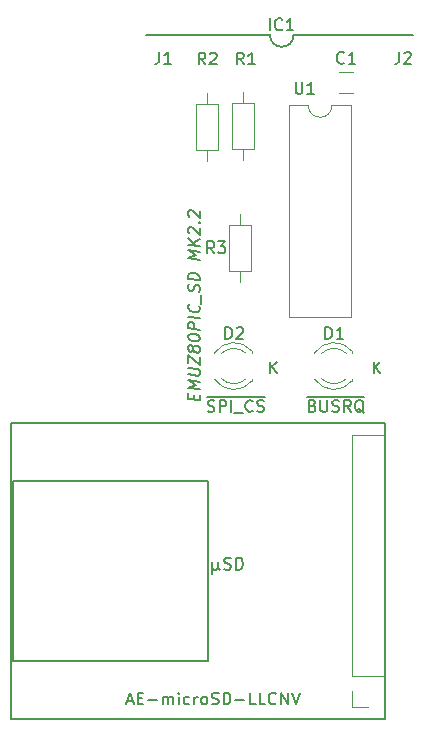
<source format=gto>
%TF.GenerationSoftware,KiCad,Pcbnew,7.0.5*%
%TF.CreationDate,2023-11-03T15:53:39+09:00*%
%TF.ProjectId,EMUZ80SD_MK2,454d555a-3830-4534-945f-4d4b322e6b69,2.2*%
%TF.SameCoordinates,PX7560bf6PY775100a*%
%TF.FileFunction,Legend,Top*%
%TF.FilePolarity,Positive*%
%FSLAX46Y46*%
G04 Gerber Fmt 4.6, Leading zero omitted, Abs format (unit mm)*
G04 Created by KiCad (PCBNEW 7.0.5) date 2023-11-03 15:53:39*
%MOMM*%
%LPD*%
G01*
G04 APERTURE LIST*
%ADD10C,0.150000*%
%ADD11C,0.200000*%
%ADD12C,0.120000*%
G04 APERTURE END LIST*
D10*
X12000000Y59000000D02*
X22500000Y59000000D01*
X22500000Y59000000D02*
G75*
G03*
X24500000Y59000000I1000000J0D01*
G01*
X574000Y26110000D02*
X32210000Y26110000D01*
X32210000Y1120000D01*
X574000Y1120000D01*
X574000Y26110000D01*
X750000Y21220000D02*
X17290000Y21220000D01*
X17290000Y5980000D01*
X750000Y5980000D01*
X750000Y21220000D01*
X24500000Y59000000D02*
X34646250Y59000000D01*
X22476779Y59400181D02*
X22476779Y60400181D01*
X23524397Y59495420D02*
X23476778Y59447800D01*
X23476778Y59447800D02*
X23333921Y59400181D01*
X23333921Y59400181D02*
X23238683Y59400181D01*
X23238683Y59400181D02*
X23095826Y59447800D01*
X23095826Y59447800D02*
X23000588Y59543039D01*
X23000588Y59543039D02*
X22952969Y59638277D01*
X22952969Y59638277D02*
X22905350Y59828753D01*
X22905350Y59828753D02*
X22905350Y59971610D01*
X22905350Y59971610D02*
X22952969Y60162086D01*
X22952969Y60162086D02*
X23000588Y60257324D01*
X23000588Y60257324D02*
X23095826Y60352562D01*
X23095826Y60352562D02*
X23238683Y60400181D01*
X23238683Y60400181D02*
X23333921Y60400181D01*
X23333921Y60400181D02*
X23476778Y60352562D01*
X23476778Y60352562D02*
X23524397Y60304943D01*
X24476778Y59400181D02*
X23905350Y59400181D01*
X24191064Y59400181D02*
X24191064Y60400181D01*
X24191064Y60400181D02*
X24095826Y60257324D01*
X24095826Y60257324D02*
X24000588Y60162086D01*
X24000588Y60162086D02*
X23905350Y60114467D01*
D11*
X16032809Y28145398D02*
X16032809Y28478731D01*
X16556619Y28556112D02*
X16556619Y28079921D01*
X16556619Y28079921D02*
X15556619Y28204921D01*
X15556619Y28204921D02*
X15556619Y28681112D01*
X16556619Y28984683D02*
X15556619Y29109683D01*
X15556619Y29109683D02*
X16270904Y29353731D01*
X16270904Y29353731D02*
X15556619Y29776350D01*
X15556619Y29776350D02*
X16556619Y29651350D01*
X15556619Y30252540D02*
X16366142Y30151350D01*
X16366142Y30151350D02*
X16461380Y30187064D01*
X16461380Y30187064D02*
X16509000Y30228731D01*
X16509000Y30228731D02*
X16556619Y30318017D01*
X16556619Y30318017D02*
X16556619Y30508493D01*
X16556619Y30508493D02*
X16509000Y30609683D01*
X16509000Y30609683D02*
X16461380Y30663255D01*
X16461380Y30663255D02*
X16366142Y30722778D01*
X16366142Y30722778D02*
X15556619Y30823969D01*
X15556619Y31204921D02*
X15556619Y31871588D01*
X15556619Y31871588D02*
X16556619Y31079921D01*
X16556619Y31079921D02*
X16556619Y31746588D01*
X15985190Y32341826D02*
X15937571Y32252540D01*
X15937571Y32252540D02*
X15889952Y32210874D01*
X15889952Y32210874D02*
X15794714Y32175159D01*
X15794714Y32175159D02*
X15747095Y32181112D01*
X15747095Y32181112D02*
X15651857Y32240636D01*
X15651857Y32240636D02*
X15604238Y32294207D01*
X15604238Y32294207D02*
X15556619Y32395397D01*
X15556619Y32395397D02*
X15556619Y32585874D01*
X15556619Y32585874D02*
X15604238Y32675159D01*
X15604238Y32675159D02*
X15651857Y32716826D01*
X15651857Y32716826D02*
X15747095Y32752540D01*
X15747095Y32752540D02*
X15794714Y32746588D01*
X15794714Y32746588D02*
X15889952Y32687064D01*
X15889952Y32687064D02*
X15937571Y32633493D01*
X15937571Y32633493D02*
X15985190Y32532302D01*
X15985190Y32532302D02*
X15985190Y32341826D01*
X15985190Y32341826D02*
X16032809Y32240636D01*
X16032809Y32240636D02*
X16080428Y32187064D01*
X16080428Y32187064D02*
X16175666Y32127540D01*
X16175666Y32127540D02*
X16366142Y32103731D01*
X16366142Y32103731D02*
X16461380Y32139445D01*
X16461380Y32139445D02*
X16509000Y32181112D01*
X16509000Y32181112D02*
X16556619Y32270397D01*
X16556619Y32270397D02*
X16556619Y32460874D01*
X16556619Y32460874D02*
X16509000Y32562064D01*
X16509000Y32562064D02*
X16461380Y32615636D01*
X16461380Y32615636D02*
X16366142Y32675159D01*
X16366142Y32675159D02*
X16175666Y32698969D01*
X16175666Y32698969D02*
X16080428Y32663255D01*
X16080428Y32663255D02*
X16032809Y32621588D01*
X16032809Y32621588D02*
X15985190Y32532302D01*
X15556619Y33395398D02*
X15556619Y33490636D01*
X15556619Y33490636D02*
X15604238Y33579921D01*
X15604238Y33579921D02*
X15651857Y33621588D01*
X15651857Y33621588D02*
X15747095Y33657302D01*
X15747095Y33657302D02*
X15937571Y33681112D01*
X15937571Y33681112D02*
X16175666Y33651350D01*
X16175666Y33651350D02*
X16366142Y33579921D01*
X16366142Y33579921D02*
X16461380Y33520398D01*
X16461380Y33520398D02*
X16509000Y33466826D01*
X16509000Y33466826D02*
X16556619Y33365636D01*
X16556619Y33365636D02*
X16556619Y33270398D01*
X16556619Y33270398D02*
X16509000Y33181112D01*
X16509000Y33181112D02*
X16461380Y33139445D01*
X16461380Y33139445D02*
X16366142Y33103731D01*
X16366142Y33103731D02*
X16175666Y33079921D01*
X16175666Y33079921D02*
X15937571Y33109683D01*
X15937571Y33109683D02*
X15747095Y33181112D01*
X15747095Y33181112D02*
X15651857Y33240636D01*
X15651857Y33240636D02*
X15604238Y33294207D01*
X15604238Y33294207D02*
X15556619Y33395398D01*
X16556619Y34032302D02*
X15556619Y34157302D01*
X15556619Y34157302D02*
X15556619Y34538255D01*
X15556619Y34538255D02*
X15604238Y34627540D01*
X15604238Y34627540D02*
X15651857Y34669207D01*
X15651857Y34669207D02*
X15747095Y34704921D01*
X15747095Y34704921D02*
X15889952Y34687064D01*
X15889952Y34687064D02*
X15985190Y34627540D01*
X15985190Y34627540D02*
X16032809Y34573969D01*
X16032809Y34573969D02*
X16080428Y34472779D01*
X16080428Y34472779D02*
X16080428Y34091826D01*
X16556619Y35032302D02*
X15556619Y35157302D01*
X16461380Y36091826D02*
X16509000Y36038254D01*
X16509000Y36038254D02*
X16556619Y35889445D01*
X16556619Y35889445D02*
X16556619Y35794207D01*
X16556619Y35794207D02*
X16509000Y35657302D01*
X16509000Y35657302D02*
X16413761Y35573969D01*
X16413761Y35573969D02*
X16318523Y35538254D01*
X16318523Y35538254D02*
X16128047Y35514445D01*
X16128047Y35514445D02*
X15985190Y35532302D01*
X15985190Y35532302D02*
X15794714Y35603730D01*
X15794714Y35603730D02*
X15699476Y35663254D01*
X15699476Y35663254D02*
X15604238Y35770397D01*
X15604238Y35770397D02*
X15556619Y35919207D01*
X15556619Y35919207D02*
X15556619Y36014445D01*
X15556619Y36014445D02*
X15604238Y36151349D01*
X15604238Y36151349D02*
X15651857Y36193016D01*
X16651857Y36258492D02*
X16651857Y37020397D01*
X16509000Y37228731D02*
X16556619Y37365635D01*
X16556619Y37365635D02*
X16556619Y37603731D01*
X16556619Y37603731D02*
X16509000Y37704921D01*
X16509000Y37704921D02*
X16461380Y37758493D01*
X16461380Y37758493D02*
X16366142Y37818016D01*
X16366142Y37818016D02*
X16270904Y37829921D01*
X16270904Y37829921D02*
X16175666Y37794207D01*
X16175666Y37794207D02*
X16128047Y37752540D01*
X16128047Y37752540D02*
X16080428Y37663254D01*
X16080428Y37663254D02*
X16032809Y37478731D01*
X16032809Y37478731D02*
X15985190Y37389445D01*
X15985190Y37389445D02*
X15937571Y37347778D01*
X15937571Y37347778D02*
X15842333Y37312064D01*
X15842333Y37312064D02*
X15747095Y37323969D01*
X15747095Y37323969D02*
X15651857Y37383493D01*
X15651857Y37383493D02*
X15604238Y37437064D01*
X15604238Y37437064D02*
X15556619Y37538254D01*
X15556619Y37538254D02*
X15556619Y37776350D01*
X15556619Y37776350D02*
X15604238Y37913254D01*
X16556619Y38222778D02*
X15556619Y38347778D01*
X15556619Y38347778D02*
X15556619Y38585874D01*
X15556619Y38585874D02*
X15604238Y38722778D01*
X15604238Y38722778D02*
X15699476Y38806112D01*
X15699476Y38806112D02*
X15794714Y38841826D01*
X15794714Y38841826D02*
X15985190Y38865635D01*
X15985190Y38865635D02*
X16128047Y38847778D01*
X16128047Y38847778D02*
X16318523Y38776350D01*
X16318523Y38776350D02*
X16413761Y38716826D01*
X16413761Y38716826D02*
X16509000Y38609683D01*
X16509000Y38609683D02*
X16556619Y38460874D01*
X16556619Y38460874D02*
X16556619Y38222778D01*
X16556619Y39984683D02*
X15556619Y40109683D01*
X15556619Y40109683D02*
X16270904Y40353731D01*
X16270904Y40353731D02*
X15556619Y40776350D01*
X15556619Y40776350D02*
X16556619Y40651350D01*
X16556619Y41127540D02*
X15556619Y41252540D01*
X16556619Y41698969D02*
X15985190Y41341826D01*
X15556619Y41823969D02*
X16128047Y41181112D01*
X15651857Y42193017D02*
X15604238Y42246588D01*
X15604238Y42246588D02*
X15556619Y42347778D01*
X15556619Y42347778D02*
X15556619Y42585874D01*
X15556619Y42585874D02*
X15604238Y42675159D01*
X15604238Y42675159D02*
X15651857Y42716826D01*
X15651857Y42716826D02*
X15747095Y42752540D01*
X15747095Y42752540D02*
X15842333Y42740636D01*
X15842333Y42740636D02*
X15985190Y42675159D01*
X15985190Y42675159D02*
X16556619Y42032302D01*
X16556619Y42032302D02*
X16556619Y42651350D01*
X16461380Y43091826D02*
X16509000Y43133493D01*
X16509000Y43133493D02*
X16556619Y43079921D01*
X16556619Y43079921D02*
X16509000Y43038255D01*
X16509000Y43038255D02*
X16461380Y43091826D01*
X16461380Y43091826D02*
X16556619Y43079921D01*
X15651857Y43621588D02*
X15604238Y43675159D01*
X15604238Y43675159D02*
X15556619Y43776349D01*
X15556619Y43776349D02*
X15556619Y44014445D01*
X15556619Y44014445D02*
X15604238Y44103730D01*
X15604238Y44103730D02*
X15651857Y44145397D01*
X15651857Y44145397D02*
X15747095Y44181111D01*
X15747095Y44181111D02*
X15842333Y44169207D01*
X15842333Y44169207D02*
X15985190Y44103730D01*
X15985190Y44103730D02*
X16556619Y43460873D01*
X16556619Y43460873D02*
X16556619Y44079921D01*
D10*
X17228560Y27144000D02*
X17371417Y27096381D01*
X17371417Y27096381D02*
X17609512Y27096381D01*
X17609512Y27096381D02*
X17704750Y27144000D01*
X17704750Y27144000D02*
X17752369Y27191620D01*
X17752369Y27191620D02*
X17799988Y27286858D01*
X17799988Y27286858D02*
X17799988Y27382096D01*
X17799988Y27382096D02*
X17752369Y27477334D01*
X17752369Y27477334D02*
X17704750Y27524953D01*
X17704750Y27524953D02*
X17609512Y27572572D01*
X17609512Y27572572D02*
X17419036Y27620191D01*
X17419036Y27620191D02*
X17323798Y27667810D01*
X17323798Y27667810D02*
X17276179Y27715429D01*
X17276179Y27715429D02*
X17228560Y27810667D01*
X17228560Y27810667D02*
X17228560Y27905905D01*
X17228560Y27905905D02*
X17276179Y28001143D01*
X17276179Y28001143D02*
X17323798Y28048762D01*
X17323798Y28048762D02*
X17419036Y28096381D01*
X17419036Y28096381D02*
X17657131Y28096381D01*
X17657131Y28096381D02*
X17799988Y28048762D01*
X18228560Y27096381D02*
X18228560Y28096381D01*
X18228560Y28096381D02*
X18609512Y28096381D01*
X18609512Y28096381D02*
X18704750Y28048762D01*
X18704750Y28048762D02*
X18752369Y28001143D01*
X18752369Y28001143D02*
X18799988Y27905905D01*
X18799988Y27905905D02*
X18799988Y27763048D01*
X18799988Y27763048D02*
X18752369Y27667810D01*
X18752369Y27667810D02*
X18704750Y27620191D01*
X18704750Y27620191D02*
X18609512Y27572572D01*
X18609512Y27572572D02*
X18228560Y27572572D01*
X19228560Y27096381D02*
X19228560Y28096381D01*
X19466655Y27001143D02*
X20228559Y27001143D01*
X21038083Y27191620D02*
X20990464Y27144000D01*
X20990464Y27144000D02*
X20847607Y27096381D01*
X20847607Y27096381D02*
X20752369Y27096381D01*
X20752369Y27096381D02*
X20609512Y27144000D01*
X20609512Y27144000D02*
X20514274Y27239239D01*
X20514274Y27239239D02*
X20466655Y27334477D01*
X20466655Y27334477D02*
X20419036Y27524953D01*
X20419036Y27524953D02*
X20419036Y27667810D01*
X20419036Y27667810D02*
X20466655Y27858286D01*
X20466655Y27858286D02*
X20514274Y27953524D01*
X20514274Y27953524D02*
X20609512Y28048762D01*
X20609512Y28048762D02*
X20752369Y28096381D01*
X20752369Y28096381D02*
X20847607Y28096381D01*
X20847607Y28096381D02*
X20990464Y28048762D01*
X20990464Y28048762D02*
X21038083Y28001143D01*
X21419036Y27144000D02*
X21561893Y27096381D01*
X21561893Y27096381D02*
X21799988Y27096381D01*
X21799988Y27096381D02*
X21895226Y27144000D01*
X21895226Y27144000D02*
X21942845Y27191620D01*
X21942845Y27191620D02*
X21990464Y27286858D01*
X21990464Y27286858D02*
X21990464Y27382096D01*
X21990464Y27382096D02*
X21942845Y27477334D01*
X21942845Y27477334D02*
X21895226Y27524953D01*
X21895226Y27524953D02*
X21799988Y27572572D01*
X21799988Y27572572D02*
X21609512Y27620191D01*
X21609512Y27620191D02*
X21514274Y27667810D01*
X21514274Y27667810D02*
X21466655Y27715429D01*
X21466655Y27715429D02*
X21419036Y27810667D01*
X21419036Y27810667D02*
X21419036Y27905905D01*
X21419036Y27905905D02*
X21466655Y28001143D01*
X21466655Y28001143D02*
X21514274Y28048762D01*
X21514274Y28048762D02*
X21609512Y28096381D01*
X21609512Y28096381D02*
X21847607Y28096381D01*
X21847607Y28096381D02*
X21990464Y28048762D01*
X17138084Y28374000D02*
X22080941Y28374000D01*
X31276179Y30346381D02*
X31276179Y31346381D01*
X31847607Y30346381D02*
X31419036Y30917810D01*
X31847607Y31346381D02*
X31276179Y30774953D01*
X17626779Y14396848D02*
X17626779Y13396848D01*
X18102969Y13873039D02*
X18150588Y13777800D01*
X18150588Y13777800D02*
X18245826Y13730181D01*
X17626779Y13873039D02*
X17674398Y13777800D01*
X17674398Y13777800D02*
X17769636Y13730181D01*
X17769636Y13730181D02*
X17960112Y13730181D01*
X17960112Y13730181D02*
X18055350Y13777800D01*
X18055350Y13777800D02*
X18102969Y13873039D01*
X18102969Y13873039D02*
X18102969Y14396848D01*
X18626779Y13777800D02*
X18769636Y13730181D01*
X18769636Y13730181D02*
X19007731Y13730181D01*
X19007731Y13730181D02*
X19102969Y13777800D01*
X19102969Y13777800D02*
X19150588Y13825420D01*
X19150588Y13825420D02*
X19198207Y13920658D01*
X19198207Y13920658D02*
X19198207Y14015896D01*
X19198207Y14015896D02*
X19150588Y14111134D01*
X19150588Y14111134D02*
X19102969Y14158753D01*
X19102969Y14158753D02*
X19007731Y14206372D01*
X19007731Y14206372D02*
X18817255Y14253991D01*
X18817255Y14253991D02*
X18722017Y14301610D01*
X18722017Y14301610D02*
X18674398Y14349229D01*
X18674398Y14349229D02*
X18626779Y14444467D01*
X18626779Y14444467D02*
X18626779Y14539705D01*
X18626779Y14539705D02*
X18674398Y14634943D01*
X18674398Y14634943D02*
X18722017Y14682562D01*
X18722017Y14682562D02*
X18817255Y14730181D01*
X18817255Y14730181D02*
X19055350Y14730181D01*
X19055350Y14730181D02*
X19198207Y14682562D01*
X19626779Y13730181D02*
X19626779Y14730181D01*
X19626779Y14730181D02*
X19864874Y14730181D01*
X19864874Y14730181D02*
X20007731Y14682562D01*
X20007731Y14682562D02*
X20102969Y14587324D01*
X20102969Y14587324D02*
X20150588Y14492086D01*
X20150588Y14492086D02*
X20198207Y14301610D01*
X20198207Y14301610D02*
X20198207Y14158753D01*
X20198207Y14158753D02*
X20150588Y13968277D01*
X20150588Y13968277D02*
X20102969Y13873039D01*
X20102969Y13873039D02*
X20007731Y13777800D01*
X20007731Y13777800D02*
X19864874Y13730181D01*
X19864874Y13730181D02*
X19626779Y13730181D01*
X22526179Y30346381D02*
X22526179Y31346381D01*
X23097607Y30346381D02*
X22669036Y30917810D01*
X23097607Y31346381D02*
X22526179Y30774953D01*
X26109512Y27620191D02*
X26252369Y27572572D01*
X26252369Y27572572D02*
X26299988Y27524953D01*
X26299988Y27524953D02*
X26347607Y27429715D01*
X26347607Y27429715D02*
X26347607Y27286858D01*
X26347607Y27286858D02*
X26299988Y27191620D01*
X26299988Y27191620D02*
X26252369Y27144000D01*
X26252369Y27144000D02*
X26157131Y27096381D01*
X26157131Y27096381D02*
X25776179Y27096381D01*
X25776179Y27096381D02*
X25776179Y28096381D01*
X25776179Y28096381D02*
X26109512Y28096381D01*
X26109512Y28096381D02*
X26204750Y28048762D01*
X26204750Y28048762D02*
X26252369Y28001143D01*
X26252369Y28001143D02*
X26299988Y27905905D01*
X26299988Y27905905D02*
X26299988Y27810667D01*
X26299988Y27810667D02*
X26252369Y27715429D01*
X26252369Y27715429D02*
X26204750Y27667810D01*
X26204750Y27667810D02*
X26109512Y27620191D01*
X26109512Y27620191D02*
X25776179Y27620191D01*
X26776179Y28096381D02*
X26776179Y27286858D01*
X26776179Y27286858D02*
X26823798Y27191620D01*
X26823798Y27191620D02*
X26871417Y27144000D01*
X26871417Y27144000D02*
X26966655Y27096381D01*
X26966655Y27096381D02*
X27157131Y27096381D01*
X27157131Y27096381D02*
X27252369Y27144000D01*
X27252369Y27144000D02*
X27299988Y27191620D01*
X27299988Y27191620D02*
X27347607Y27286858D01*
X27347607Y27286858D02*
X27347607Y28096381D01*
X27776179Y27144000D02*
X27919036Y27096381D01*
X27919036Y27096381D02*
X28157131Y27096381D01*
X28157131Y27096381D02*
X28252369Y27144000D01*
X28252369Y27144000D02*
X28299988Y27191620D01*
X28299988Y27191620D02*
X28347607Y27286858D01*
X28347607Y27286858D02*
X28347607Y27382096D01*
X28347607Y27382096D02*
X28299988Y27477334D01*
X28299988Y27477334D02*
X28252369Y27524953D01*
X28252369Y27524953D02*
X28157131Y27572572D01*
X28157131Y27572572D02*
X27966655Y27620191D01*
X27966655Y27620191D02*
X27871417Y27667810D01*
X27871417Y27667810D02*
X27823798Y27715429D01*
X27823798Y27715429D02*
X27776179Y27810667D01*
X27776179Y27810667D02*
X27776179Y27905905D01*
X27776179Y27905905D02*
X27823798Y28001143D01*
X27823798Y28001143D02*
X27871417Y28048762D01*
X27871417Y28048762D02*
X27966655Y28096381D01*
X27966655Y28096381D02*
X28204750Y28096381D01*
X28204750Y28096381D02*
X28347607Y28048762D01*
X29347607Y27096381D02*
X29014274Y27572572D01*
X28776179Y27096381D02*
X28776179Y28096381D01*
X28776179Y28096381D02*
X29157131Y28096381D01*
X29157131Y28096381D02*
X29252369Y28048762D01*
X29252369Y28048762D02*
X29299988Y28001143D01*
X29299988Y28001143D02*
X29347607Y27905905D01*
X29347607Y27905905D02*
X29347607Y27763048D01*
X29347607Y27763048D02*
X29299988Y27667810D01*
X29299988Y27667810D02*
X29252369Y27620191D01*
X29252369Y27620191D02*
X29157131Y27572572D01*
X29157131Y27572572D02*
X28776179Y27572572D01*
X30442845Y27001143D02*
X30347607Y27048762D01*
X30347607Y27048762D02*
X30252369Y27144000D01*
X30252369Y27144000D02*
X30109512Y27286858D01*
X30109512Y27286858D02*
X30014274Y27334477D01*
X30014274Y27334477D02*
X29919036Y27334477D01*
X29966655Y27096381D02*
X29871417Y27144000D01*
X29871417Y27144000D02*
X29776179Y27239239D01*
X29776179Y27239239D02*
X29728560Y27429715D01*
X29728560Y27429715D02*
X29728560Y27763048D01*
X29728560Y27763048D02*
X29776179Y27953524D01*
X29776179Y27953524D02*
X29871417Y28048762D01*
X29871417Y28048762D02*
X29966655Y28096381D01*
X29966655Y28096381D02*
X30157131Y28096381D01*
X30157131Y28096381D02*
X30252369Y28048762D01*
X30252369Y28048762D02*
X30347607Y27953524D01*
X30347607Y27953524D02*
X30395226Y27763048D01*
X30395226Y27763048D02*
X30395226Y27429715D01*
X30395226Y27429715D02*
X30347607Y27239239D01*
X30347607Y27239239D02*
X30252369Y27144000D01*
X30252369Y27144000D02*
X30157131Y27096381D01*
X30157131Y27096381D02*
X29966655Y27096381D01*
X25638084Y28374000D02*
X30485703Y28374000D01*
X10389160Y2605896D02*
X10865350Y2605896D01*
X10293922Y2320181D02*
X10627255Y3320181D01*
X10627255Y3320181D02*
X10960588Y2320181D01*
X11293922Y2843991D02*
X11627255Y2843991D01*
X11770112Y2320181D02*
X11293922Y2320181D01*
X11293922Y2320181D02*
X11293922Y3320181D01*
X11293922Y3320181D02*
X11770112Y3320181D01*
X12198684Y2701134D02*
X12960589Y2701134D01*
X13436779Y2320181D02*
X13436779Y2986848D01*
X13436779Y2891610D02*
X13484398Y2939229D01*
X13484398Y2939229D02*
X13579636Y2986848D01*
X13579636Y2986848D02*
X13722493Y2986848D01*
X13722493Y2986848D02*
X13817731Y2939229D01*
X13817731Y2939229D02*
X13865350Y2843991D01*
X13865350Y2843991D02*
X13865350Y2320181D01*
X13865350Y2843991D02*
X13912969Y2939229D01*
X13912969Y2939229D02*
X14008207Y2986848D01*
X14008207Y2986848D02*
X14151064Y2986848D01*
X14151064Y2986848D02*
X14246303Y2939229D01*
X14246303Y2939229D02*
X14293922Y2843991D01*
X14293922Y2843991D02*
X14293922Y2320181D01*
X14770112Y2320181D02*
X14770112Y2986848D01*
X14770112Y3320181D02*
X14722493Y3272562D01*
X14722493Y3272562D02*
X14770112Y3224943D01*
X14770112Y3224943D02*
X14817731Y3272562D01*
X14817731Y3272562D02*
X14770112Y3320181D01*
X14770112Y3320181D02*
X14770112Y3224943D01*
X15674873Y2367800D02*
X15579635Y2320181D01*
X15579635Y2320181D02*
X15389159Y2320181D01*
X15389159Y2320181D02*
X15293921Y2367800D01*
X15293921Y2367800D02*
X15246302Y2415420D01*
X15246302Y2415420D02*
X15198683Y2510658D01*
X15198683Y2510658D02*
X15198683Y2796372D01*
X15198683Y2796372D02*
X15246302Y2891610D01*
X15246302Y2891610D02*
X15293921Y2939229D01*
X15293921Y2939229D02*
X15389159Y2986848D01*
X15389159Y2986848D02*
X15579635Y2986848D01*
X15579635Y2986848D02*
X15674873Y2939229D01*
X16103445Y2320181D02*
X16103445Y2986848D01*
X16103445Y2796372D02*
X16151064Y2891610D01*
X16151064Y2891610D02*
X16198683Y2939229D01*
X16198683Y2939229D02*
X16293921Y2986848D01*
X16293921Y2986848D02*
X16389159Y2986848D01*
X16865350Y2320181D02*
X16770112Y2367800D01*
X16770112Y2367800D02*
X16722493Y2415420D01*
X16722493Y2415420D02*
X16674874Y2510658D01*
X16674874Y2510658D02*
X16674874Y2796372D01*
X16674874Y2796372D02*
X16722493Y2891610D01*
X16722493Y2891610D02*
X16770112Y2939229D01*
X16770112Y2939229D02*
X16865350Y2986848D01*
X16865350Y2986848D02*
X17008207Y2986848D01*
X17008207Y2986848D02*
X17103445Y2939229D01*
X17103445Y2939229D02*
X17151064Y2891610D01*
X17151064Y2891610D02*
X17198683Y2796372D01*
X17198683Y2796372D02*
X17198683Y2510658D01*
X17198683Y2510658D02*
X17151064Y2415420D01*
X17151064Y2415420D02*
X17103445Y2367800D01*
X17103445Y2367800D02*
X17008207Y2320181D01*
X17008207Y2320181D02*
X16865350Y2320181D01*
X17579636Y2367800D02*
X17722493Y2320181D01*
X17722493Y2320181D02*
X17960588Y2320181D01*
X17960588Y2320181D02*
X18055826Y2367800D01*
X18055826Y2367800D02*
X18103445Y2415420D01*
X18103445Y2415420D02*
X18151064Y2510658D01*
X18151064Y2510658D02*
X18151064Y2605896D01*
X18151064Y2605896D02*
X18103445Y2701134D01*
X18103445Y2701134D02*
X18055826Y2748753D01*
X18055826Y2748753D02*
X17960588Y2796372D01*
X17960588Y2796372D02*
X17770112Y2843991D01*
X17770112Y2843991D02*
X17674874Y2891610D01*
X17674874Y2891610D02*
X17627255Y2939229D01*
X17627255Y2939229D02*
X17579636Y3034467D01*
X17579636Y3034467D02*
X17579636Y3129705D01*
X17579636Y3129705D02*
X17627255Y3224943D01*
X17627255Y3224943D02*
X17674874Y3272562D01*
X17674874Y3272562D02*
X17770112Y3320181D01*
X17770112Y3320181D02*
X18008207Y3320181D01*
X18008207Y3320181D02*
X18151064Y3272562D01*
X18579636Y2320181D02*
X18579636Y3320181D01*
X18579636Y3320181D02*
X18817731Y3320181D01*
X18817731Y3320181D02*
X18960588Y3272562D01*
X18960588Y3272562D02*
X19055826Y3177324D01*
X19055826Y3177324D02*
X19103445Y3082086D01*
X19103445Y3082086D02*
X19151064Y2891610D01*
X19151064Y2891610D02*
X19151064Y2748753D01*
X19151064Y2748753D02*
X19103445Y2558277D01*
X19103445Y2558277D02*
X19055826Y2463039D01*
X19055826Y2463039D02*
X18960588Y2367800D01*
X18960588Y2367800D02*
X18817731Y2320181D01*
X18817731Y2320181D02*
X18579636Y2320181D01*
X19579636Y2701134D02*
X20341541Y2701134D01*
X21293921Y2320181D02*
X20817731Y2320181D01*
X20817731Y2320181D02*
X20817731Y3320181D01*
X22103445Y2320181D02*
X21627255Y2320181D01*
X21627255Y2320181D02*
X21627255Y3320181D01*
X23008207Y2415420D02*
X22960588Y2367800D01*
X22960588Y2367800D02*
X22817731Y2320181D01*
X22817731Y2320181D02*
X22722493Y2320181D01*
X22722493Y2320181D02*
X22579636Y2367800D01*
X22579636Y2367800D02*
X22484398Y2463039D01*
X22484398Y2463039D02*
X22436779Y2558277D01*
X22436779Y2558277D02*
X22389160Y2748753D01*
X22389160Y2748753D02*
X22389160Y2891610D01*
X22389160Y2891610D02*
X22436779Y3082086D01*
X22436779Y3082086D02*
X22484398Y3177324D01*
X22484398Y3177324D02*
X22579636Y3272562D01*
X22579636Y3272562D02*
X22722493Y3320181D01*
X22722493Y3320181D02*
X22817731Y3320181D01*
X22817731Y3320181D02*
X22960588Y3272562D01*
X22960588Y3272562D02*
X23008207Y3224943D01*
X23436779Y2320181D02*
X23436779Y3320181D01*
X23436779Y3320181D02*
X24008207Y2320181D01*
X24008207Y2320181D02*
X24008207Y3320181D01*
X24341541Y3320181D02*
X24674874Y2320181D01*
X24674874Y2320181D02*
X25008207Y3320181D01*
X24677495Y55011381D02*
X24677495Y54201858D01*
X24677495Y54201858D02*
X24725114Y54106620D01*
X24725114Y54106620D02*
X24772733Y54059000D01*
X24772733Y54059000D02*
X24867971Y54011381D01*
X24867971Y54011381D02*
X25058447Y54011381D01*
X25058447Y54011381D02*
X25153685Y54059000D01*
X25153685Y54059000D02*
X25201304Y54106620D01*
X25201304Y54106620D02*
X25248923Y54201858D01*
X25248923Y54201858D02*
X25248923Y55011381D01*
X26248923Y54011381D02*
X25677495Y54011381D01*
X25963209Y54011381D02*
X25963209Y55011381D01*
X25963209Y55011381D02*
X25867971Y54868524D01*
X25867971Y54868524D02*
X25772733Y54773286D01*
X25772733Y54773286D02*
X25677495Y54725667D01*
X18726305Y33261381D02*
X18726305Y34261381D01*
X18726305Y34261381D02*
X18964400Y34261381D01*
X18964400Y34261381D02*
X19107257Y34213762D01*
X19107257Y34213762D02*
X19202495Y34118524D01*
X19202495Y34118524D02*
X19250114Y34023286D01*
X19250114Y34023286D02*
X19297733Y33832810D01*
X19297733Y33832810D02*
X19297733Y33689953D01*
X19297733Y33689953D02*
X19250114Y33499477D01*
X19250114Y33499477D02*
X19202495Y33404239D01*
X19202495Y33404239D02*
X19107257Y33309000D01*
X19107257Y33309000D02*
X18964400Y33261381D01*
X18964400Y33261381D02*
X18726305Y33261381D01*
X19678686Y34166143D02*
X19726305Y34213762D01*
X19726305Y34213762D02*
X19821543Y34261381D01*
X19821543Y34261381D02*
X20059638Y34261381D01*
X20059638Y34261381D02*
X20154876Y34213762D01*
X20154876Y34213762D02*
X20202495Y34166143D01*
X20202495Y34166143D02*
X20250114Y34070905D01*
X20250114Y34070905D02*
X20250114Y33975667D01*
X20250114Y33975667D02*
X20202495Y33832810D01*
X20202495Y33832810D02*
X19631067Y33261381D01*
X19631067Y33261381D02*
X20250114Y33261381D01*
X17022733Y56511381D02*
X16689400Y56987572D01*
X16451305Y56511381D02*
X16451305Y57511381D01*
X16451305Y57511381D02*
X16832257Y57511381D01*
X16832257Y57511381D02*
X16927495Y57463762D01*
X16927495Y57463762D02*
X16975114Y57416143D01*
X16975114Y57416143D02*
X17022733Y57320905D01*
X17022733Y57320905D02*
X17022733Y57178048D01*
X17022733Y57178048D02*
X16975114Y57082810D01*
X16975114Y57082810D02*
X16927495Y57035191D01*
X16927495Y57035191D02*
X16832257Y56987572D01*
X16832257Y56987572D02*
X16451305Y56987572D01*
X17403686Y57416143D02*
X17451305Y57463762D01*
X17451305Y57463762D02*
X17546543Y57511381D01*
X17546543Y57511381D02*
X17784638Y57511381D01*
X17784638Y57511381D02*
X17879876Y57463762D01*
X17879876Y57463762D02*
X17927495Y57416143D01*
X17927495Y57416143D02*
X17975114Y57320905D01*
X17975114Y57320905D02*
X17975114Y57225667D01*
X17975114Y57225667D02*
X17927495Y57082810D01*
X17927495Y57082810D02*
X17356067Y56511381D01*
X17356067Y56511381D02*
X17975114Y56511381D01*
X27201305Y33261381D02*
X27201305Y34261381D01*
X27201305Y34261381D02*
X27439400Y34261381D01*
X27439400Y34261381D02*
X27582257Y34213762D01*
X27582257Y34213762D02*
X27677495Y34118524D01*
X27677495Y34118524D02*
X27725114Y34023286D01*
X27725114Y34023286D02*
X27772733Y33832810D01*
X27772733Y33832810D02*
X27772733Y33689953D01*
X27772733Y33689953D02*
X27725114Y33499477D01*
X27725114Y33499477D02*
X27677495Y33404239D01*
X27677495Y33404239D02*
X27582257Y33309000D01*
X27582257Y33309000D02*
X27439400Y33261381D01*
X27439400Y33261381D02*
X27201305Y33261381D01*
X28725114Y33261381D02*
X28153686Y33261381D01*
X28439400Y33261381D02*
X28439400Y34261381D01*
X28439400Y34261381D02*
X28344162Y34118524D01*
X28344162Y34118524D02*
X28248924Y34023286D01*
X28248924Y34023286D02*
X28153686Y33975667D01*
X28772733Y56656620D02*
X28725114Y56609000D01*
X28725114Y56609000D02*
X28582257Y56561381D01*
X28582257Y56561381D02*
X28487019Y56561381D01*
X28487019Y56561381D02*
X28344162Y56609000D01*
X28344162Y56609000D02*
X28248924Y56704239D01*
X28248924Y56704239D02*
X28201305Y56799477D01*
X28201305Y56799477D02*
X28153686Y56989953D01*
X28153686Y56989953D02*
X28153686Y57132810D01*
X28153686Y57132810D02*
X28201305Y57323286D01*
X28201305Y57323286D02*
X28248924Y57418524D01*
X28248924Y57418524D02*
X28344162Y57513762D01*
X28344162Y57513762D02*
X28487019Y57561381D01*
X28487019Y57561381D02*
X28582257Y57561381D01*
X28582257Y57561381D02*
X28725114Y57513762D01*
X28725114Y57513762D02*
X28772733Y57466143D01*
X29725114Y56561381D02*
X29153686Y56561381D01*
X29439400Y56561381D02*
X29439400Y57561381D01*
X29439400Y57561381D02*
X29344162Y57418524D01*
X29344162Y57418524D02*
X29248924Y57323286D01*
X29248924Y57323286D02*
X29153686Y57275667D01*
X17772733Y40511381D02*
X17439400Y40987572D01*
X17201305Y40511381D02*
X17201305Y41511381D01*
X17201305Y41511381D02*
X17582257Y41511381D01*
X17582257Y41511381D02*
X17677495Y41463762D01*
X17677495Y41463762D02*
X17725114Y41416143D01*
X17725114Y41416143D02*
X17772733Y41320905D01*
X17772733Y41320905D02*
X17772733Y41178048D01*
X17772733Y41178048D02*
X17725114Y41082810D01*
X17725114Y41082810D02*
X17677495Y41035191D01*
X17677495Y41035191D02*
X17582257Y40987572D01*
X17582257Y40987572D02*
X17201305Y40987572D01*
X18106067Y41511381D02*
X18725114Y41511381D01*
X18725114Y41511381D02*
X18391781Y41130429D01*
X18391781Y41130429D02*
X18534638Y41130429D01*
X18534638Y41130429D02*
X18629876Y41082810D01*
X18629876Y41082810D02*
X18677495Y41035191D01*
X18677495Y41035191D02*
X18725114Y40939953D01*
X18725114Y40939953D02*
X18725114Y40701858D01*
X18725114Y40701858D02*
X18677495Y40606620D01*
X18677495Y40606620D02*
X18629876Y40559000D01*
X18629876Y40559000D02*
X18534638Y40511381D01*
X18534638Y40511381D02*
X18248924Y40511381D01*
X18248924Y40511381D02*
X18153686Y40559000D01*
X18153686Y40559000D02*
X18106067Y40606620D01*
X20272733Y56511381D02*
X19939400Y56987572D01*
X19701305Y56511381D02*
X19701305Y57511381D01*
X19701305Y57511381D02*
X20082257Y57511381D01*
X20082257Y57511381D02*
X20177495Y57463762D01*
X20177495Y57463762D02*
X20225114Y57416143D01*
X20225114Y57416143D02*
X20272733Y57320905D01*
X20272733Y57320905D02*
X20272733Y57178048D01*
X20272733Y57178048D02*
X20225114Y57082810D01*
X20225114Y57082810D02*
X20177495Y57035191D01*
X20177495Y57035191D02*
X20082257Y56987572D01*
X20082257Y56987572D02*
X19701305Y56987572D01*
X21225114Y56511381D02*
X20653686Y56511381D01*
X20939400Y56511381D02*
X20939400Y57511381D01*
X20939400Y57511381D02*
X20844162Y57368524D01*
X20844162Y57368524D02*
X20748924Y57273286D01*
X20748924Y57273286D02*
X20653686Y57225667D01*
X13116666Y57555181D02*
X13116666Y56840896D01*
X13116666Y56840896D02*
X13069047Y56698039D01*
X13069047Y56698039D02*
X12973809Y56602800D01*
X12973809Y56602800D02*
X12830952Y56555181D01*
X12830952Y56555181D02*
X12735714Y56555181D01*
X14116666Y56555181D02*
X13545238Y56555181D01*
X13830952Y56555181D02*
X13830952Y57555181D01*
X13830952Y57555181D02*
X13735714Y57412324D01*
X13735714Y57412324D02*
X13640476Y57317086D01*
X13640476Y57317086D02*
X13545238Y57269467D01*
X33436666Y57555181D02*
X33436666Y56840896D01*
X33436666Y56840896D02*
X33389047Y56698039D01*
X33389047Y56698039D02*
X33293809Y56602800D01*
X33293809Y56602800D02*
X33150952Y56555181D01*
X33150952Y56555181D02*
X33055714Y56555181D01*
X33865238Y57459943D02*
X33912857Y57507562D01*
X33912857Y57507562D02*
X34008095Y57555181D01*
X34008095Y57555181D02*
X34246190Y57555181D01*
X34246190Y57555181D02*
X34341428Y57507562D01*
X34341428Y57507562D02*
X34389047Y57459943D01*
X34389047Y57459943D02*
X34436666Y57364705D01*
X34436666Y57364705D02*
X34436666Y57269467D01*
X34436666Y57269467D02*
X34389047Y57126610D01*
X34389047Y57126610D02*
X33817619Y56555181D01*
X33817619Y56555181D02*
X34436666Y56555181D01*
D12*
X24099400Y53030000D02*
X24099400Y35130000D01*
X24099400Y35130000D02*
X29399400Y35130000D01*
X25749400Y53030000D02*
X24099400Y53030000D01*
X29399400Y53030000D02*
X27749400Y53030000D01*
X29399400Y35130000D02*
X29399400Y53030000D01*
X25749400Y53030000D02*
G75*
G03*
X27749400Y53030000I1000000J0D01*
G01*
X21004400Y29730200D02*
X21004400Y29886200D01*
X21004400Y32046200D02*
X21004400Y32202200D01*
X17772066Y29887592D02*
G75*
G03*
X21004399Y29730685I1672334J1078608D01*
G01*
X18403271Y29886364D02*
G75*
G03*
X20485360Y29886201I1041129J1079836D01*
G01*
X20485360Y32046199D02*
G75*
G03*
X18403271Y32046036I-1040960J-1079999D01*
G01*
X21004399Y32201715D02*
G75*
G03*
X17772066Y32044808I-1559999J-1235515D01*
G01*
X32130000Y4720000D02*
X32130000Y25100000D01*
X32130000Y4720000D02*
X29470000Y4720000D01*
X32130000Y25100000D02*
X29470000Y25100000D01*
X30800000Y2120000D02*
X29470000Y2120000D01*
X29470000Y2120000D02*
X29470000Y3450000D01*
X29470000Y4720000D02*
X29470000Y25100000D01*
X17189400Y48346200D02*
X17189400Y49296200D01*
X16269400Y49296200D02*
X18109400Y49296200D01*
X18109400Y49296200D02*
X18109400Y53136200D01*
X16269400Y53136200D02*
X16269400Y49296200D01*
X18109400Y53136200D02*
X16269400Y53136200D01*
X17189400Y54086200D02*
X17189400Y53136200D01*
X29479400Y29730200D02*
X29479400Y29886200D01*
X29479400Y32046200D02*
X29479400Y32202200D01*
X26247066Y29887592D02*
G75*
G03*
X29479399Y29730685I1672334J1078608D01*
G01*
X26878271Y29886364D02*
G75*
G03*
X28960360Y29886201I1041129J1079836D01*
G01*
X28960360Y32046199D02*
G75*
G03*
X26878271Y32046036I-1040960J-1079999D01*
G01*
X29479399Y32201715D02*
G75*
G03*
X26247066Y32044808I-1559999J-1235515D01*
G01*
X28310400Y55886200D02*
X29568400Y55886200D01*
X28310400Y54046200D02*
X29568400Y54046200D01*
X19939400Y38096200D02*
X19939400Y39046200D01*
X19019400Y39046200D02*
X20859400Y39046200D01*
X20859400Y39046200D02*
X20859400Y42886200D01*
X19019400Y42886200D02*
X19019400Y39046200D01*
X20859400Y42886200D02*
X19019400Y42886200D01*
X19939400Y43836200D02*
X19939400Y42886200D01*
X20189400Y48406200D02*
X20189400Y49356200D01*
X19269400Y49356200D02*
X21109400Y49356200D01*
X21109400Y49356200D02*
X21109400Y53196200D01*
X19269400Y53196200D02*
X19269400Y49356200D01*
X21109400Y53196200D02*
X19269400Y53196200D01*
X20189400Y54146200D02*
X20189400Y53196200D01*
M02*

</source>
